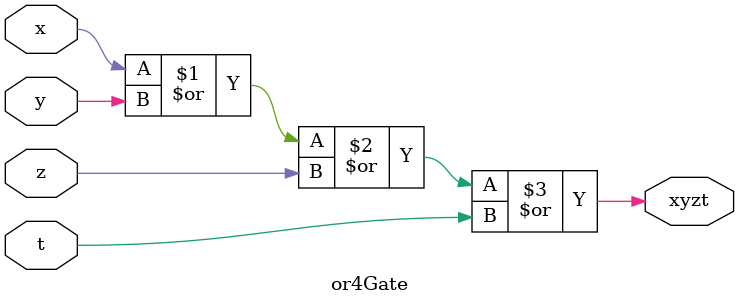
<source format=v>
`timescale 1ns/1ns

module or4Gate(
    output xyzt,
    input x,
    input y,
    input z,
    input t
);
    or #(9) (xyzt,x,y,z,t);
endmodule

</source>
